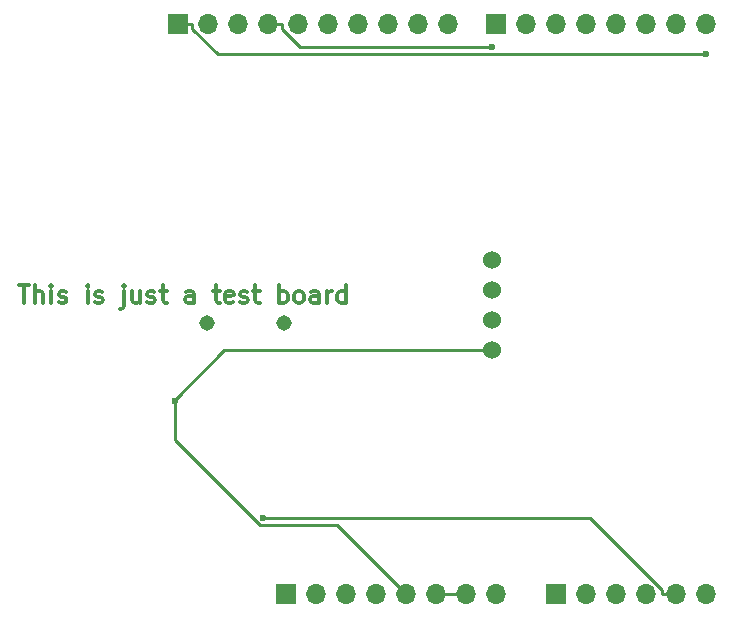
<source format=gbr>
%TF.GenerationSoftware,KiCad,Pcbnew,8.0.8*%
%TF.CreationDate,2025-02-15T02:14:19-07:00*%
%TF.ProjectId,bubble_detector_v2_shield,62756262-6c65-45f6-9465-746563746f72,rev?*%
%TF.SameCoordinates,Original*%
%TF.FileFunction,Copper,L1,Top*%
%TF.FilePolarity,Positive*%
%FSLAX46Y46*%
G04 Gerber Fmt 4.6, Leading zero omitted, Abs format (unit mm)*
G04 Created by KiCad (PCBNEW 8.0.8) date 2025-02-15 02:14:19*
%MOMM*%
%LPD*%
G01*
G04 APERTURE LIST*
%ADD10C,0.300000*%
%TA.AperFunction,NonConductor*%
%ADD11C,0.300000*%
%TD*%
%TA.AperFunction,ComponentPad*%
%ADD12R,1.700000X1.700000*%
%TD*%
%TA.AperFunction,ComponentPad*%
%ADD13O,1.700000X1.700000*%
%TD*%
%TA.AperFunction,ComponentPad*%
%ADD14C,1.530000*%
%TD*%
%TA.AperFunction,ComponentPad*%
%ADD15C,1.308000*%
%TD*%
%TA.AperFunction,ViaPad*%
%ADD16C,0.600000*%
%TD*%
%TA.AperFunction,Conductor*%
%ADD17C,0.250000*%
%TD*%
G04 APERTURE END LIST*
D10*
D11*
X105340225Y-71300828D02*
X106197368Y-71300828D01*
X105768796Y-72800828D02*
X105768796Y-71300828D01*
X106697367Y-72800828D02*
X106697367Y-71300828D01*
X107340225Y-72800828D02*
X107340225Y-72015114D01*
X107340225Y-72015114D02*
X107268796Y-71872257D01*
X107268796Y-71872257D02*
X107125939Y-71800828D01*
X107125939Y-71800828D02*
X106911653Y-71800828D01*
X106911653Y-71800828D02*
X106768796Y-71872257D01*
X106768796Y-71872257D02*
X106697367Y-71943685D01*
X108054510Y-72800828D02*
X108054510Y-71800828D01*
X108054510Y-71300828D02*
X107983082Y-71372257D01*
X107983082Y-71372257D02*
X108054510Y-71443685D01*
X108054510Y-71443685D02*
X108125939Y-71372257D01*
X108125939Y-71372257D02*
X108054510Y-71300828D01*
X108054510Y-71300828D02*
X108054510Y-71443685D01*
X108697368Y-72729400D02*
X108840225Y-72800828D01*
X108840225Y-72800828D02*
X109125939Y-72800828D01*
X109125939Y-72800828D02*
X109268796Y-72729400D01*
X109268796Y-72729400D02*
X109340225Y-72586542D01*
X109340225Y-72586542D02*
X109340225Y-72515114D01*
X109340225Y-72515114D02*
X109268796Y-72372257D01*
X109268796Y-72372257D02*
X109125939Y-72300828D01*
X109125939Y-72300828D02*
X108911654Y-72300828D01*
X108911654Y-72300828D02*
X108768796Y-72229400D01*
X108768796Y-72229400D02*
X108697368Y-72086542D01*
X108697368Y-72086542D02*
X108697368Y-72015114D01*
X108697368Y-72015114D02*
X108768796Y-71872257D01*
X108768796Y-71872257D02*
X108911654Y-71800828D01*
X108911654Y-71800828D02*
X109125939Y-71800828D01*
X109125939Y-71800828D02*
X109268796Y-71872257D01*
X111125939Y-72800828D02*
X111125939Y-71800828D01*
X111125939Y-71300828D02*
X111054511Y-71372257D01*
X111054511Y-71372257D02*
X111125939Y-71443685D01*
X111125939Y-71443685D02*
X111197368Y-71372257D01*
X111197368Y-71372257D02*
X111125939Y-71300828D01*
X111125939Y-71300828D02*
X111125939Y-71443685D01*
X111768797Y-72729400D02*
X111911654Y-72800828D01*
X111911654Y-72800828D02*
X112197368Y-72800828D01*
X112197368Y-72800828D02*
X112340225Y-72729400D01*
X112340225Y-72729400D02*
X112411654Y-72586542D01*
X112411654Y-72586542D02*
X112411654Y-72515114D01*
X112411654Y-72515114D02*
X112340225Y-72372257D01*
X112340225Y-72372257D02*
X112197368Y-72300828D01*
X112197368Y-72300828D02*
X111983083Y-72300828D01*
X111983083Y-72300828D02*
X111840225Y-72229400D01*
X111840225Y-72229400D02*
X111768797Y-72086542D01*
X111768797Y-72086542D02*
X111768797Y-72015114D01*
X111768797Y-72015114D02*
X111840225Y-71872257D01*
X111840225Y-71872257D02*
X111983083Y-71800828D01*
X111983083Y-71800828D02*
X112197368Y-71800828D01*
X112197368Y-71800828D02*
X112340225Y-71872257D01*
X114197368Y-71800828D02*
X114197368Y-73086542D01*
X114197368Y-73086542D02*
X114125940Y-73229400D01*
X114125940Y-73229400D02*
X113983083Y-73300828D01*
X113983083Y-73300828D02*
X113911654Y-73300828D01*
X114197368Y-71300828D02*
X114125940Y-71372257D01*
X114125940Y-71372257D02*
X114197368Y-71443685D01*
X114197368Y-71443685D02*
X114268797Y-71372257D01*
X114268797Y-71372257D02*
X114197368Y-71300828D01*
X114197368Y-71300828D02*
X114197368Y-71443685D01*
X115554512Y-71800828D02*
X115554512Y-72800828D01*
X114911654Y-71800828D02*
X114911654Y-72586542D01*
X114911654Y-72586542D02*
X114983083Y-72729400D01*
X114983083Y-72729400D02*
X115125940Y-72800828D01*
X115125940Y-72800828D02*
X115340226Y-72800828D01*
X115340226Y-72800828D02*
X115483083Y-72729400D01*
X115483083Y-72729400D02*
X115554512Y-72657971D01*
X116197369Y-72729400D02*
X116340226Y-72800828D01*
X116340226Y-72800828D02*
X116625940Y-72800828D01*
X116625940Y-72800828D02*
X116768797Y-72729400D01*
X116768797Y-72729400D02*
X116840226Y-72586542D01*
X116840226Y-72586542D02*
X116840226Y-72515114D01*
X116840226Y-72515114D02*
X116768797Y-72372257D01*
X116768797Y-72372257D02*
X116625940Y-72300828D01*
X116625940Y-72300828D02*
X116411655Y-72300828D01*
X116411655Y-72300828D02*
X116268797Y-72229400D01*
X116268797Y-72229400D02*
X116197369Y-72086542D01*
X116197369Y-72086542D02*
X116197369Y-72015114D01*
X116197369Y-72015114D02*
X116268797Y-71872257D01*
X116268797Y-71872257D02*
X116411655Y-71800828D01*
X116411655Y-71800828D02*
X116625940Y-71800828D01*
X116625940Y-71800828D02*
X116768797Y-71872257D01*
X117268798Y-71800828D02*
X117840226Y-71800828D01*
X117483083Y-71300828D02*
X117483083Y-72586542D01*
X117483083Y-72586542D02*
X117554512Y-72729400D01*
X117554512Y-72729400D02*
X117697369Y-72800828D01*
X117697369Y-72800828D02*
X117840226Y-72800828D01*
X120125941Y-72800828D02*
X120125941Y-72015114D01*
X120125941Y-72015114D02*
X120054512Y-71872257D01*
X120054512Y-71872257D02*
X119911655Y-71800828D01*
X119911655Y-71800828D02*
X119625941Y-71800828D01*
X119625941Y-71800828D02*
X119483083Y-71872257D01*
X120125941Y-72729400D02*
X119983083Y-72800828D01*
X119983083Y-72800828D02*
X119625941Y-72800828D01*
X119625941Y-72800828D02*
X119483083Y-72729400D01*
X119483083Y-72729400D02*
X119411655Y-72586542D01*
X119411655Y-72586542D02*
X119411655Y-72443685D01*
X119411655Y-72443685D02*
X119483083Y-72300828D01*
X119483083Y-72300828D02*
X119625941Y-72229400D01*
X119625941Y-72229400D02*
X119983083Y-72229400D01*
X119983083Y-72229400D02*
X120125941Y-72157971D01*
X121768798Y-71800828D02*
X122340226Y-71800828D01*
X121983083Y-71300828D02*
X121983083Y-72586542D01*
X121983083Y-72586542D02*
X122054512Y-72729400D01*
X122054512Y-72729400D02*
X122197369Y-72800828D01*
X122197369Y-72800828D02*
X122340226Y-72800828D01*
X123411655Y-72729400D02*
X123268798Y-72800828D01*
X123268798Y-72800828D02*
X122983084Y-72800828D01*
X122983084Y-72800828D02*
X122840226Y-72729400D01*
X122840226Y-72729400D02*
X122768798Y-72586542D01*
X122768798Y-72586542D02*
X122768798Y-72015114D01*
X122768798Y-72015114D02*
X122840226Y-71872257D01*
X122840226Y-71872257D02*
X122983084Y-71800828D01*
X122983084Y-71800828D02*
X123268798Y-71800828D01*
X123268798Y-71800828D02*
X123411655Y-71872257D01*
X123411655Y-71872257D02*
X123483084Y-72015114D01*
X123483084Y-72015114D02*
X123483084Y-72157971D01*
X123483084Y-72157971D02*
X122768798Y-72300828D01*
X124054512Y-72729400D02*
X124197369Y-72800828D01*
X124197369Y-72800828D02*
X124483083Y-72800828D01*
X124483083Y-72800828D02*
X124625940Y-72729400D01*
X124625940Y-72729400D02*
X124697369Y-72586542D01*
X124697369Y-72586542D02*
X124697369Y-72515114D01*
X124697369Y-72515114D02*
X124625940Y-72372257D01*
X124625940Y-72372257D02*
X124483083Y-72300828D01*
X124483083Y-72300828D02*
X124268798Y-72300828D01*
X124268798Y-72300828D02*
X124125940Y-72229400D01*
X124125940Y-72229400D02*
X124054512Y-72086542D01*
X124054512Y-72086542D02*
X124054512Y-72015114D01*
X124054512Y-72015114D02*
X124125940Y-71872257D01*
X124125940Y-71872257D02*
X124268798Y-71800828D01*
X124268798Y-71800828D02*
X124483083Y-71800828D01*
X124483083Y-71800828D02*
X124625940Y-71872257D01*
X125125941Y-71800828D02*
X125697369Y-71800828D01*
X125340226Y-71300828D02*
X125340226Y-72586542D01*
X125340226Y-72586542D02*
X125411655Y-72729400D01*
X125411655Y-72729400D02*
X125554512Y-72800828D01*
X125554512Y-72800828D02*
X125697369Y-72800828D01*
X127340226Y-72800828D02*
X127340226Y-71300828D01*
X127340226Y-71872257D02*
X127483084Y-71800828D01*
X127483084Y-71800828D02*
X127768798Y-71800828D01*
X127768798Y-71800828D02*
X127911655Y-71872257D01*
X127911655Y-71872257D02*
X127983084Y-71943685D01*
X127983084Y-71943685D02*
X128054512Y-72086542D01*
X128054512Y-72086542D02*
X128054512Y-72515114D01*
X128054512Y-72515114D02*
X127983084Y-72657971D01*
X127983084Y-72657971D02*
X127911655Y-72729400D01*
X127911655Y-72729400D02*
X127768798Y-72800828D01*
X127768798Y-72800828D02*
X127483084Y-72800828D01*
X127483084Y-72800828D02*
X127340226Y-72729400D01*
X128911655Y-72800828D02*
X128768798Y-72729400D01*
X128768798Y-72729400D02*
X128697369Y-72657971D01*
X128697369Y-72657971D02*
X128625941Y-72515114D01*
X128625941Y-72515114D02*
X128625941Y-72086542D01*
X128625941Y-72086542D02*
X128697369Y-71943685D01*
X128697369Y-71943685D02*
X128768798Y-71872257D01*
X128768798Y-71872257D02*
X128911655Y-71800828D01*
X128911655Y-71800828D02*
X129125941Y-71800828D01*
X129125941Y-71800828D02*
X129268798Y-71872257D01*
X129268798Y-71872257D02*
X129340227Y-71943685D01*
X129340227Y-71943685D02*
X129411655Y-72086542D01*
X129411655Y-72086542D02*
X129411655Y-72515114D01*
X129411655Y-72515114D02*
X129340227Y-72657971D01*
X129340227Y-72657971D02*
X129268798Y-72729400D01*
X129268798Y-72729400D02*
X129125941Y-72800828D01*
X129125941Y-72800828D02*
X128911655Y-72800828D01*
X130697370Y-72800828D02*
X130697370Y-72015114D01*
X130697370Y-72015114D02*
X130625941Y-71872257D01*
X130625941Y-71872257D02*
X130483084Y-71800828D01*
X130483084Y-71800828D02*
X130197370Y-71800828D01*
X130197370Y-71800828D02*
X130054512Y-71872257D01*
X130697370Y-72729400D02*
X130554512Y-72800828D01*
X130554512Y-72800828D02*
X130197370Y-72800828D01*
X130197370Y-72800828D02*
X130054512Y-72729400D01*
X130054512Y-72729400D02*
X129983084Y-72586542D01*
X129983084Y-72586542D02*
X129983084Y-72443685D01*
X129983084Y-72443685D02*
X130054512Y-72300828D01*
X130054512Y-72300828D02*
X130197370Y-72229400D01*
X130197370Y-72229400D02*
X130554512Y-72229400D01*
X130554512Y-72229400D02*
X130697370Y-72157971D01*
X131411655Y-72800828D02*
X131411655Y-71800828D01*
X131411655Y-72086542D02*
X131483084Y-71943685D01*
X131483084Y-71943685D02*
X131554513Y-71872257D01*
X131554513Y-71872257D02*
X131697370Y-71800828D01*
X131697370Y-71800828D02*
X131840227Y-71800828D01*
X132983084Y-72800828D02*
X132983084Y-71300828D01*
X132983084Y-72729400D02*
X132840226Y-72800828D01*
X132840226Y-72800828D02*
X132554512Y-72800828D01*
X132554512Y-72800828D02*
X132411655Y-72729400D01*
X132411655Y-72729400D02*
X132340226Y-72657971D01*
X132340226Y-72657971D02*
X132268798Y-72515114D01*
X132268798Y-72515114D02*
X132268798Y-72086542D01*
X132268798Y-72086542D02*
X132340226Y-71943685D01*
X132340226Y-71943685D02*
X132411655Y-71872257D01*
X132411655Y-71872257D02*
X132554512Y-71800828D01*
X132554512Y-71800828D02*
X132840226Y-71800828D01*
X132840226Y-71800828D02*
X132983084Y-71872257D01*
D12*
%TO.P,J1,1,Pin_1*%
%TO.N,unconnected-(J1-Pin_1-Pad1)*%
X127940000Y-97460000D03*
D13*
%TO.P,J1,2,Pin_2*%
%TO.N,/IOREF*%
X130480000Y-97460000D03*
%TO.P,J1,3,Pin_3*%
%TO.N,/~{RESET}*%
X133020000Y-97460000D03*
%TO.P,J1,4,Pin_4*%
%TO.N,+3V3*%
X135560000Y-97460000D03*
%TO.P,J1,5,Pin_5*%
%TO.N,N/C*%
X138100000Y-97460000D03*
%TO.P,J1,6,Pin_6*%
%TO.N,GND*%
X140640000Y-97460000D03*
%TO.P,J1,7,Pin_7*%
X143180000Y-97460000D03*
%TO.P,J1,8,Pin_8*%
%TO.N,VCC*%
X145720000Y-97460000D03*
%TD*%
D12*
%TO.P,J3,1,Pin_1*%
%TO.N,/A0*%
X150800000Y-97460000D03*
D13*
%TO.P,J3,2,Pin_2*%
%TO.N,/A1*%
X153340000Y-97460000D03*
%TO.P,J3,3,Pin_3*%
%TO.N,/A2*%
X155880000Y-97460000D03*
%TO.P,J3,4,Pin_4*%
%TO.N,/A3*%
X158420000Y-97460000D03*
%TO.P,J3,5,Pin_5*%
%TO.N,/SDA{slash}A4*%
X160960000Y-97460000D03*
%TO.P,J3,6,Pin_6*%
%TO.N,/SCL{slash}A5*%
X163500000Y-97460000D03*
%TD*%
D12*
%TO.P,J2,1,Pin_1*%
%TO.N,/SCL{slash}A5*%
X118796000Y-49200000D03*
D13*
%TO.P,J2,2,Pin_2*%
%TO.N,/SDA{slash}A4*%
X121336000Y-49200000D03*
%TO.P,J2,3,Pin_3*%
%TO.N,/AREF*%
X123876000Y-49200000D03*
%TO.P,J2,4,Pin_4*%
%TO.N,GND*%
X126416000Y-49200000D03*
%TO.P,J2,5,Pin_5*%
%TO.N,/13*%
X128956000Y-49200000D03*
%TO.P,J2,6,Pin_6*%
%TO.N,/12*%
X131496000Y-49200000D03*
%TO.P,J2,7,Pin_7*%
%TO.N,/\u002A11*%
X134036000Y-49200000D03*
%TO.P,J2,8,Pin_8*%
%TO.N,/\u002A10*%
X136576000Y-49200000D03*
%TO.P,J2,9,Pin_9*%
%TO.N,/\u002A9*%
X139116000Y-49200000D03*
%TO.P,J2,10,Pin_10*%
%TO.N,/8*%
X141656000Y-49200000D03*
%TD*%
D12*
%TO.P,J4,1,Pin_1*%
%TO.N,/7*%
X145720000Y-49200000D03*
D13*
%TO.P,J4,2,Pin_2*%
%TO.N,/\u002A6*%
X148260000Y-49200000D03*
%TO.P,J4,3,Pin_3*%
%TO.N,/\u002A5*%
X150800000Y-49200000D03*
%TO.P,J4,4,Pin_4*%
%TO.N,/4*%
X153340000Y-49200000D03*
%TO.P,J4,5,Pin_5*%
%TO.N,/\u002A3*%
X155880000Y-49200000D03*
%TO.P,J4,6,Pin_6*%
%TO.N,/2*%
X158420000Y-49200000D03*
%TO.P,J4,7,Pin_7*%
%TO.N,/TX{slash}1*%
X160960000Y-49200000D03*
%TO.P,J4,8,Pin_8*%
%TO.N,/RX{slash}0*%
X163500000Y-49200000D03*
%TD*%
D14*
%TO.P,U1,2,TRIG*%
%TO.N,/\u002A9*%
X145375000Y-74270000D03*
%TO.P,U1,3,ECHO*%
%TO.N,/\u002A10*%
X145375000Y-71730000D03*
%TO.P,U1,4,GND*%
%TO.N,GND*%
X145375000Y-69190000D03*
%TO.P,U1,1,VCC*%
%TO.N,+5V*%
X145375000Y-76810000D03*
%TD*%
D15*
%TO.P,REF\u002A\u002A,P*%
%TO.N,N/C*%
X121250000Y-74500000D03*
%TO.P,REF\u002A\u002A,N*%
X127750000Y-74500000D03*
%TD*%
D16*
%TO.N,/SCL{slash}A5*%
X163500000Y-51745700D03*
%TO.N,/SDA{slash}A4*%
X126000000Y-91000000D03*
%TO.N,GND*%
X145375000Y-51092300D03*
%TO.N,+5V*%
X118500000Y-81125000D03*
%TD*%
D17*
%TO.N,/SCL{slash}A5*%
X122151000Y-51745700D02*
X163500000Y-51745700D01*
X119973000Y-49567700D02*
X122151000Y-51745700D01*
X119973000Y-49200000D02*
X119973000Y-49567700D01*
X118796000Y-49200000D02*
X119973000Y-49200000D01*
%TO.N,/SDA{slash}A4*%
X159783000Y-97460000D02*
X160960000Y-97460000D01*
X159783000Y-97092300D02*
X159783000Y-97460000D01*
X153691000Y-91000000D02*
X159783000Y-97092300D01*
X126000000Y-91000000D02*
X153691000Y-91000000D01*
%TO.N,GND*%
X143180000Y-97460000D02*
X140640000Y-97460000D01*
X129117000Y-51092300D02*
X145375000Y-51092300D01*
X127593000Y-49567700D02*
X129117000Y-51092300D01*
X127593000Y-49200000D02*
X127593000Y-49567700D01*
X126416000Y-49200000D02*
X127593000Y-49200000D01*
%TO.N,+5V*%
X145375000Y-76810000D02*
X122690000Y-76810000D01*
X122690000Y-76810000D02*
X118500000Y-81000000D01*
X118500000Y-81125000D02*
X118500000Y-81000000D01*
X118500000Y-84383900D02*
X118500000Y-81125000D01*
X125741000Y-91625000D02*
X118500000Y-84383900D01*
X132265000Y-91625000D02*
X125741000Y-91625000D01*
X138100000Y-97460000D02*
X132265000Y-91625000D01*
%TD*%
M02*

</source>
